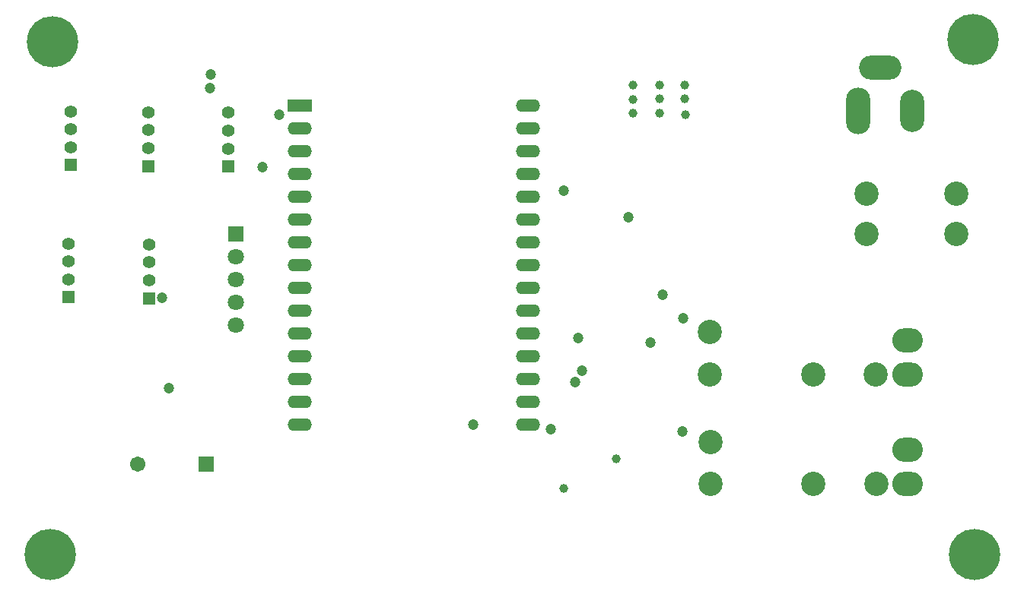
<source format=gbs>
G04*
G04 #@! TF.GenerationSoftware,Altium Limited,Altium Designer,23.1.1 (15)*
G04*
G04 Layer_Color=16711935*
%FSLAX44Y44*%
%MOMM*%
G71*
G04*
G04 #@! TF.SameCoordinates,30CF7A92-77B0-4B7A-85BE-2C256DE05FD5*
G04*
G04*
G04 #@! TF.FilePolarity,Negative*
G04*
G01*
G75*
%ADD49O,4.7032X2.7032*%
%ADD50O,2.7032X4.7032*%
%ADD51O,2.7032X5.2032*%
%ADD52C,2.7032*%
%ADD53O,2.7032X1.4032*%
%ADD54R,2.7032X1.4032*%
%ADD55C,1.8032*%
%ADD56R,1.8032X1.8032*%
%ADD57C,1.4112*%
%ADD58R,1.4112X1.4112*%
%ADD59C,5.7032*%
%ADD60C,1.7032*%
%ADD61R,1.7032X1.7032*%
%ADD62O,3.4032X2.7032*%
%ADD63C,1.2032*%
%ADD64C,1.0032*%
D49*
X957180Y577590D02*
D03*
D50*
X992180Y529590D02*
D03*
D51*
X932180Y529590D02*
D03*
D52*
X767790Y113660D02*
D03*
Y160660D02*
D03*
X767080Y236210D02*
D03*
Y283210D02*
D03*
X882080Y236210D02*
D03*
X952080D02*
D03*
X882790Y113660D02*
D03*
X952790D02*
D03*
X1041300Y392790D02*
D03*
Y437790D02*
D03*
X941300D02*
D03*
Y392790D02*
D03*
D53*
X311150Y180340D02*
D03*
Y205740D02*
D03*
Y231140D02*
D03*
Y256540D02*
D03*
Y281940D02*
D03*
Y307340D02*
D03*
Y332740D02*
D03*
Y358140D02*
D03*
Y383540D02*
D03*
Y408940D02*
D03*
Y434340D02*
D03*
Y459740D02*
D03*
Y485140D02*
D03*
Y510540D02*
D03*
X565150Y281940D02*
D03*
Y256540D02*
D03*
Y231140D02*
D03*
Y205740D02*
D03*
Y180340D02*
D03*
Y307340D02*
D03*
Y332740D02*
D03*
Y358140D02*
D03*
Y383540D02*
D03*
Y408940D02*
D03*
Y434340D02*
D03*
Y459740D02*
D03*
Y485140D02*
D03*
Y510540D02*
D03*
Y535940D02*
D03*
D54*
X311150Y535940D02*
D03*
D55*
X240030Y290830D02*
D03*
Y316230D02*
D03*
Y341630D02*
D03*
Y367030D02*
D03*
D56*
X240030Y392430D02*
D03*
D57*
X143510Y341000D02*
D03*
Y361000D02*
D03*
Y381000D02*
D03*
X53340Y381950D02*
D03*
Y361950D02*
D03*
Y341950D02*
D03*
X231140Y487680D02*
D03*
Y507680D02*
D03*
Y527680D02*
D03*
X142240Y528320D02*
D03*
Y508320D02*
D03*
Y488320D02*
D03*
X55880Y529270D02*
D03*
Y509270D02*
D03*
Y489270D02*
D03*
D58*
X143510Y321000D02*
D03*
X53340Y321950D02*
D03*
X231140Y467680D02*
D03*
X142240Y468320D02*
D03*
X55880Y469270D02*
D03*
D59*
X33020Y35560D02*
D03*
X35560Y607060D02*
D03*
X1061720Y35560D02*
D03*
X1060450Y609600D02*
D03*
D60*
X130910Y135890D02*
D03*
D61*
X206910Y135890D02*
D03*
D62*
X987500Y113670D02*
D03*
Y151770D02*
D03*
Y236220D02*
D03*
Y274320D02*
D03*
D63*
X165100Y220980D02*
D03*
X157480Y321310D02*
D03*
X269240Y467360D02*
D03*
X288290Y525780D02*
D03*
X211325Y554990D02*
D03*
X212090Y570230D02*
D03*
X604520Y440690D02*
D03*
X676910Y411480D02*
D03*
X715010Y325030D02*
D03*
X737870Y298450D02*
D03*
X701040Y271780D02*
D03*
X620815Y276645D02*
D03*
X624840Y240030D02*
D03*
X617220Y227490D02*
D03*
X590550Y175260D02*
D03*
X504190Y180340D02*
D03*
X736600Y172720D02*
D03*
D64*
X604520Y109220D02*
D03*
X662940Y142240D02*
D03*
X740410Y525780D02*
D03*
X739140Y543560D02*
D03*
Y558800D02*
D03*
X711200D02*
D03*
Y543560D02*
D03*
Y527050D02*
D03*
X681990Y558800D02*
D03*
Y542290D02*
D03*
Y527050D02*
D03*
M02*

</source>
